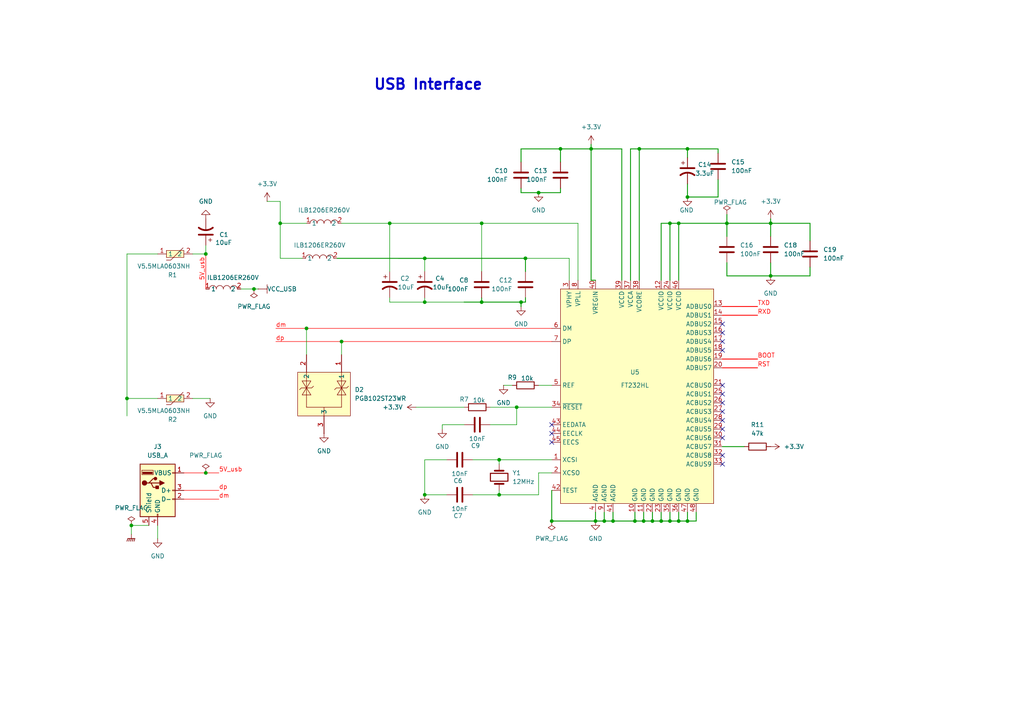
<source format=kicad_sch>
(kicad_sch (version 20231120) (generator "eeschema") (generator_version "8.0")
  (paper "A4")
  (lib_symbols
    (symbol "Connector:USB_A" (pin_names (offset 1.016))
      (property "Reference" "J" (at -5.08 11.43 0))
      (property "Value" "USB_A" (at -5.08 8.89 0))
      (symbol "USB_A_0_1"
        (rectangle (start -5.08 -7.62) (end 5.08 7.62) (stroke (width 0.254)) (fill (type background)))
        (circle (center -3.81 2.159) (radius 0.635) (stroke (width 0.254)) (fill (type outline)))
        (rectangle (start -1.524 4.826) (end -4.318 5.334) (fill (type outline)))
        (rectangle (start -1.27 4.572) (end -4.572 5.842))
        (circle (center -0.635 3.429) (radius 0.381) (stroke (width 0.254)) (fill (type outline)))
        (rectangle (start -0.127 -7.62) (end 0.127 -6.858))
        (polyline (pts (xy -3.175 2.159) (xy -2.54 2.159) (xy -1.27 3.429) (xy -0.635 3.429)) (stroke (width 0.254)))
        (polyline (pts (xy -2.54 2.159) (xy -1.905 2.159) (xy -1.27 0.889) (xy 0 0.889)) (stroke (width 0.254)))
        (polyline (pts (xy 0.635 2.794) (xy 0.635 1.524) (xy 1.905 2.159) (xy 0.635 2.794)) (stroke (width 0.254)) (fill (type outline)))
        (rectangle (start 0.254 1.27) (end -0.508 0.508) (stroke (width 0.254)) (fill (type outline)))
        (rectangle (start 5.08 -2.667) (end 4.318 -2.413))
        (rectangle (start 5.08 -0.127) (end 4.318 0.127))
        (rectangle (start 5.08 4.953) (end 4.318 5.207))
      )
      (symbol "USB_A_1_1"
        (polyline (pts (xy -1.905 2.159) (xy 0.635 2.159)) (stroke (width 0.254)))
        (pin power_in line (at 7.62 5.08 180) (length 2.54) (name "VBUS") (number "1"))
        (pin bidirectional line (at 7.62 -2.54 180) (length 2.54) (name "D-") (number "2"))
        (pin bidirectional line (at 7.62 0 180) (length 2.54) (name "D+") (number "3"))
        (pin power_in line (at 0 -10.16 90) (length 2.54) (name "GND") (number "4"))
        (pin passive line (at -2.54 -10.16 90) (length 2.54) (name "Shield") (number "5"))
      )
    )
    (symbol "Device:C" (pin_numbers hide) (pin_names (offset 0.254))
      (property "Reference" "C" (at 0.635 2.54 0))
      (property "Value" "C" (at 0.635 -2.54 0))
      (symbol "C_0_1"
        (polyline (pts (xy -2.032 -0.762) (xy 2.032 -0.762)) (stroke (width 0.508)))
        (polyline (pts (xy -2.032 0.762) (xy 2.032 0.762)) (stroke (width 0.508)))
      )
      (symbol "C_1_1"
        (pin passive line (at 0 3.81 270) (length 2.794) (name "~") (number "1"))
        (pin passive line (at 0 -3.81 90) (length 2.794) (name "~") (number "2"))
      )
    )
    (symbol "Device:C_Polarized_US" (pin_numbers hide) (pin_names (offset 0.254) hide)
      (property "Reference" "C" (at 0.635 2.54 0))
      (property "Value" "C_Polarized_US" (at 0.635 -2.54 0))
      (symbol "C_Polarized_US_0_1"
        (polyline (pts (xy -2.032 0.762) (xy 2.032 0.762)) (stroke (width 0.508)))
        (polyline (pts (xy -1.778 2.286) (xy -0.762 2.286)))
        (polyline (pts (xy -1.27 1.778) (xy -1.27 2.794)))
        (arc (start 2.032 -1.27) (mid 0 -0.5572) (end -2.032 -1.27) (stroke (width 0.508)))
      )
      (symbol "C_Polarized_US_1_1"
        (pin passive line (at 0 3.81 270) (length 2.794) (name "~") (number "1"))
        (pin passive line (at 0 -3.81 90) (length 3.302) (name "~") (number "2"))
      )
    )
    (symbol "Device:Crystal" (pin_numbers hide) (pin_names (offset 1.016) hide)
      (property "Reference" "Y" (at 0 3.81 0))
      (property "Value" "Crystal" (at 0 -3.81 0))
      (symbol "Crystal_0_1"
        (rectangle (start -1.143 2.54) (end 1.143 -2.54) (stroke (width 0.3048)))
        (polyline (pts (xy -2.54 0) (xy -1.905 0)))
        (polyline (pts (xy -1.905 -1.27) (xy -1.905 1.27)) (stroke (width 0.508)))
        (polyline (pts (xy 1.905 -1.27) (xy 1.905 1.27)) (stroke (width 0.508)))
        (polyline (pts (xy 2.54 0) (xy 1.905 0)))
      )
      (symbol "Crystal_1_1"
        (pin passive line (at -3.81 0 0) (length 1.27) (name "1") (number "1"))
        (pin passive line (at 3.81 0 180) (length 1.27) (name "2") (number "2"))
      )
    )
    (symbol "Device:R" (pin_numbers hide) (pin_names (offset 0))
      (property "Reference" "R" (at 2.032 0 90))
      (property "Value" "R" (at 0 0 90))
      (symbol "R_0_1"
        (rectangle (start -1.016 -2.54) (end 1.016 2.54) (stroke (width 0.254)))
      )
      (symbol "R_1_1"
        (pin passive line (at 0 3.81 270) (length 1.27) (name "~") (number "1"))
        (pin passive line (at 0 -3.81 90) (length 1.27) (name "~") (number "2"))
      )
    )
    (symbol "easyeda2kicad:FT232HL"
      (property "Reference" "U6" (at -1.27 7.62 0))
      (property "Value" "FT232HL" (at -1.27 3.81 0))
      (symbol "FT232HL_0_1"
        (rectangle (start -22.86 31.75) (end 21.59 -30.48) (fill (type background)))
        (pin unspecified line (at -25.4 -17.78 0) (length 2.54) (name "XCSI") (number "1"))
        (pin unspecified line (at -1.27 -33.02 90) (length 2.54) (name "GND") (number "10"))
        (pin unspecified line (at 1.27 -33.02 90) (length 2.54) (name "GND") (number "11"))
        (pin unspecified line (at 6.35 34.29 270) (length 2.54) (name "VCCIO") (number "12"))
        (pin unspecified line (at 24.13 26.67 180) (length 2.54) (name "ADBUS0") (number "13"))
        (pin unspecified line (at 24.13 24.13 180) (length 2.54) (name "ADBUS1") (number "14"))
        (pin unspecified line (at 24.13 21.59 180) (length 2.54) (name "ADBUS2") (number "15"))
        (pin unspecified line (at 24.13 19.05 180) (length 2.54) (name "ADBUS3") (number "16"))
        (pin unspecified line (at 24.13 16.51 180) (length 2.54) (name "ADBUS4") (number "17"))
        (pin unspecified line (at 24.13 13.97 180) (length 2.54) (name "ADBUS5") (number "18"))
        (pin unspecified line (at 24.13 11.43 180) (length 2.54) (name "ADBUS6") (number "19"))
        (pin unspecified line (at -25.4 -21.59 0) (length 2.54) (name "XCSO") (number "2"))
        (pin unspecified line (at 24.13 8.89 180) (length 2.54) (name "ADBUS7") (number "20"))
        (pin unspecified line (at 24.13 3.81 180) (length 2.54) (name "ACBUS0") (number "21"))
        (pin unspecified line (at 3.81 -33.02 90) (length 2.54) (name "GND") (number "22"))
        (pin unspecified line (at 6.35 -33.02 90) (length 2.54) (name "GND") (number "23"))
        (pin unspecified line (at 8.89 34.29 270) (length 2.54) (name "VCCIO") (number "24"))
        (pin unspecified line (at 24.13 1.27 180) (length 2.54) (name "ACBUS1") (number "25"))
        (pin unspecified line (at 24.13 -1.27 180) (length 2.54) (name "ACBUS2") (number "26"))
        (pin unspecified line (at 24.13 -3.81 180) (length 2.54) (name "ACBUS3") (number "27"))
        (pin unspecified line (at 24.13 -6.35 180) (length 2.54) (name "ACBUS4") (number "28"))
        (pin unspecified line (at 24.13 -8.89 180) (length 2.54) (name "ACBUS5") (number "29"))
        (pin unspecified line (at -20.32 34.29 270) (length 2.54) (name "VPHY") (number "3"))
        (pin unspecified line (at 24.13 -11.43 180) (length 2.54) (name "ACBUS6") (number "30"))
        (pin unspecified line (at 24.13 -13.97 180) (length 2.54) (name "ACBUS7") (number "31"))
        (pin unspecified line (at 24.13 -16.51 180) (length 2.54) (name "ACBUS8") (number "32"))
        (pin unspecified line (at 24.13 -19.05 180) (length 2.54) (name "ACBUS9") (number "33"))
        (pin unspecified line (at -25.4 -2.54 0) (length 2.54) (name "~{RESET}") (number "34"))
        (pin unspecified line (at 8.89 -33.02 90) (length 2.54) (name "GND") (number "35"))
        (pin unspecified line (at 11.43 -33.02 90) (length 2.54) (name "GND") (number "36"))
        (pin unspecified line (at -2.54 34.29 270) (length 2.54) (name "VCCA") (number "37"))
        (pin unspecified line (at 0 34.29 270) (length 2.54) (name "VCORE") (number "38"))
        (pin unspecified line (at -5.08 34.29 270) (length 2.54) (name "VCCD") (number "39"))
        (pin unspecified line (at -12.7 -33.02 90) (length 2.54) (name "AGND") (number "4"))
        (pin unspecified line (at -12.7 34.29 270) (length 2.54) (name "VREGIN") (number "40"))
        (pin unspecified line (at -7.62 -33.02 90) (length 2.54) (name "AGND") (number "41"))
        (pin unspecified line (at -25.4 -26.67 0) (length 2.54) (name "TEST") (number "42"))
        (pin unspecified line (at -25.4 -7.62 0) (length 2.54) (name "EEDATA") (number "43"))
        (pin unspecified line (at -25.4 -10.16 0) (length 2.54) (name "EECLK") (number "44"))
        (pin unspecified line (at -25.4 -12.7 0) (length 2.54) (name "EECS") (number "45"))
        (pin unspecified line (at 11.43 34.29 270) (length 2.54) (name "VCCIO") (number "46"))
        (pin unspecified line (at 13.97 -33.02 90) (length 2.54) (name "GND") (number "47"))
        (pin unspecified line (at 16.51 -33.02 90) (length 2.54) (name "GND") (number "48"))
        (pin unspecified line (at -25.4 3.81 0) (length 2.54) (name "REF") (number "5"))
        (pin unspecified line (at -25.4 20.32 0) (length 2.54) (name "DM") (number "6"))
        (pin unspecified line (at -25.4 16.51 0) (length 2.54) (name "DP") (number "7"))
        (pin unspecified line (at -17.78 34.29 270) (length 2.54) (name "VPLL") (number "8"))
        (pin unspecified line (at -10.16 -33.02 90) (length 2.54) (name "AGND") (number "9"))
      )
    )
    (symbol "easyeda2kicad:ILB1206ER260V"
      (property "Reference" "U" (at 0 5.08 0))
      (property "Value" "ILB1206ER260V" (at 0 -5.08 0))
      (symbol "ILB1206ER260V_0_1"
        (arc (start -2.03 0.01) (mid -3.055 1.013) (end -4.06 -0.01))
        (arc (start 0 0.01) (mid -1.025 1.013) (end -2.03 -0.01))
        (arc (start 2.03 0.01) (mid 1.005 1.013) (end 0 -0.01))
        (arc (start 4.06 0.01) (mid 3.035 1.013) (end 2.03 -0.01))
        (pin unspecified line (at -5.08 0 0) (length 1.016) (name "1") (number "1"))
        (pin unspecified line (at 5.08 0 180) (length 1.016) (name "2") (number "2"))
      )
    )
    (symbol "easyeda2kicad:PGB102ST23WR"
      (property "Reference" "D" (at 0 16.51 0))
      (property "Value" "PGB102ST23WR" (at 0 -16.51 0))
      (symbol "PGB102ST23WR_0_1"
        (rectangle (start -7.62 6.35) (end 7.62 -6.35) (fill (type background)))
        (polyline (pts (xy -5.08 -6.35) (xy -5.08 3.81)))
        (polyline (pts (xy 0 3.81) (xy 0 6.35)))
        (polyline (pts (xy 5.08 -6.35) (xy 5.08 3.81)))
        (polyline (pts (xy 5.08 3.81) (xy -5.08 3.81)))
        (polyline (pts (xy -6.35 0.25) (xy -3.81 0.25) (xy -5.08 -1.78) (xy -6.35 0.25)) (fill (type background)))
        (polyline (pts (xy -3.81 -3.81) (xy -6.35 -3.81) (xy -5.08 -1.78) (xy -3.81 -3.81)) (fill (type background)))
        (polyline (pts (xy -3.05 -1.27) (xy -3.56 -1.78) (xy -6.6 -1.78) (xy -7.11 -2.29)))
        (polyline (pts (xy 3.81 0.25) (xy 6.35 0.25) (xy 5.08 -1.78) (xy 3.81 0.25)) (fill (type background)))
        (polyline (pts (xy 6.35 -3.81) (xy 3.81 -3.81) (xy 5.08 -1.78) (xy 6.35 -3.81)) (fill (type background)))
        (polyline (pts (xy 7.11 -1.27) (xy 6.6 -1.78) (xy 3.56 -1.78) (xy 3.05 -2.29)))
        (pin unspecified line (at -5.08 -11.43 90) (length 5.08) (name "1") (number "1"))
        (pin unspecified line (at 5.08 -11.43 90) (length 5.08) (name "2") (number "2"))
        (pin unspecified line (at 0 11.43 270) (length 5.08) (name "3") (number "3"))
      )
    )
    (symbol "easyeda2kicad:V5.5MLA0603NH"
      (property "Reference" "R" (at 0 5.08 0))
      (property "Value" "V5.5MLA0603NH" (at 0 -5.08 0))
      (symbol "V5.5MLA0603NH_0_1"
        (rectangle (start -2.54 1.02) (end 2.54 -1.02) (fill (type background)))
        (polyline (pts (xy -2.54 -1.78) (xy -1.27 -1.78) (xy 2.29 1.78)))
        (pin unspecified line (at -5.08 0 0) (length 2.54) (name "1") (number "1"))
        (pin unspecified line (at 5.08 0 180) (length 2.54) (name "2") (number "2"))
      )
    )
    (symbol "power:+3.3V" (power) (pin_numbers hide) (pin_names (offset 0) hide)
      (property "Value" "+3.3V" (at 0 3.556 0))
      (symbol "+3.3V_0_1"
        (polyline (pts (xy -0.762 1.27) (xy 0 2.54)))
        (polyline (pts (xy 0 0) (xy 0 2.54)))
        (polyline (pts (xy 0 2.54) (xy 0.762 1.27)))
      )
      (symbol "+3.3V_1_1"
        (pin power_in line (at 0 0 90) (length 0) (name "~") (number "1"))
      )
    )
    (symbol "power:GND" (power) (pin_numbers hide) (pin_names (offset 0) hide)
      (property "Value" "GND" (at 0 -3.81 0))
      (symbol "GND_0_1"
        (polyline (pts (xy 0 0) (xy 0 -1.27) (xy 1.27 -1.27) (xy 0 -2.54) (xy -1.27 -1.27) (xy 0 -1.27)))
      )
      (symbol "GND_1_1"
        (pin power_in line (at 0 0 270) (length 0) (name "~") (number "1"))
      )
    )
    (symbol "power:GNDPWR" (power) (pin_numbers hide) (pin_names (offset 0) hide)
      (property "Value" "GNDPWR" (at 0 -3.302 0))
      (symbol "GNDPWR_0_1"
        (polyline (pts (xy 0 -1.27) (xy 0 0)))
        (polyline (pts (xy -1.016 -1.27) (xy -1.27 -2.032) (xy -1.27 -2.032)) (stroke (width 0.2032)))
        (polyline (pts (xy -0.508 -1.27) (xy -0.762 -2.032) (xy -0.762 -2.032)) (stroke (width 0.2032)))
        (polyline (pts (xy 0 -1.27) (xy -0.254 -2.032) (xy -0.254 -2.032)) (stroke (width 0.2032)))
        (polyline (pts (xy 0.508 -1.27) (xy 0.254 -2.032) (xy 0.254 -2.032)) (stroke (width 0.2032)))
        (polyline (pts (xy 1.016 -1.27) (xy -1.016 -1.27) (xy -1.016 -1.27)) (stroke (width 0.2032)))
        (polyline (pts (xy 1.016 -1.27) (xy 0.762 -2.032) (xy 0.762 -2.032) (xy 0.762 -2.032)) (stroke (width 0.2032)))
      )
      (symbol "GNDPWR_1_1"
        (pin power_in line (at 0 0 270) (length 0) (name "~") (number "1"))
      )
    )
    (symbol "power:PWR_FLAG" (power) (pin_numbers hide) (pin_names (offset 0) hide)
      (property "Value" "PWR_FLAG" (at 0 3.81 0))
      (symbol "PWR_FLAG_0_0"
        (pin power_out line (at 0 0 90) (length 0) (name "~") (number "1"))
      )
      (symbol "PWR_FLAG_0_1"
        (polyline (pts (xy 0 0) (xy 0 1.27) (xy -1.016 1.905) (xy 0 2.54) (xy 1.016 1.905) (xy 0 1.27)))
      )
    )
    (symbol "power:VCC" (power) (pin_numbers hide) (pin_names (offset 0) hide)
      (property "Value" "VCC_USB" (at -0.0001 3.81 90))
      (symbol "VCC_0_1"
        (polyline (pts (xy -1.27 2.54) (xy 0 2.54)))
        (polyline (pts (xy 0 0) (xy 0 2.54)))
        (polyline (pts (xy 0 2.54) (xy 1.27 2.54)))
      )
      (symbol "VCC_1_1"
        (pin power_in line (at 0 0 90) (length 0) (name "~") (number "1"))
      )
    )
  )
  (junction (at 151.13 87.63))
  (junction (at 123.19 143.51))
  (junction (at 38.1 152.4))
  (junction (at 81.28 64.77))
  (junction (at 194.31 151.13))
  (junction (at 123.19 74.93))
  (junction (at 113.03 64.77))
  (junction (at 123.19 87.63))
  (junction (at 172.72 151.13))
  (junction (at 99.06 99.06))
  (junction (at 175.26 151.13))
  (junction (at 189.23 151.13))
  (junction (at 186.69 151.13))
  (junction (at 171.45 43.18))
  (junction (at 199.39 43.18))
  (junction (at 88.9 95.25))
  (junction (at 223.52 80.01))
  (junction (at 36.83 115.57))
  (junction (at 73.66 83.82))
  (junction (at 162.56 43.18))
  (junction (at 144.78 133.35))
  (junction (at 59.69 73.66))
  (junction (at 199.39 57.15))
  (junction (at 177.8 151.13))
  (junction (at 184.15 151.13))
  (junction (at 59.69 137.16))
  (junction (at 191.77 151.13))
  (junction (at 185.42 43.18))
  (junction (at 152.4 74.93))
  (junction (at 144.78 143.51))
  (junction (at 160.02 151.13))
  (junction (at 139.7 87.63))
  (junction (at 149.86 118.11))
  (junction (at 223.52 64.77))
  (junction (at 196.85 151.13))
  (junction (at 199.39 151.13))
  (junction (at 210.82 64.77))
  (junction (at 196.85 64.77))
  (junction (at 156.21 55.88))
  (junction (at 139.7 64.77))
  (junction (at 194.31 64.77))
  (no_connect (at 209.55 134.62))
  (no_connect (at 209.55 124.46))
  (no_connect (at 160.02 128.27))
  (no_connect (at 209.55 121.92))
  (no_connect (at 209.55 119.38))
  (no_connect (at 209.55 127))
  (no_connect (at 209.55 93.98))
  (no_connect (at 209.55 132.08))
  (no_connect (at 160.02 123.19))
  (no_connect (at 209.55 99.06))
  (no_connect (at 209.55 96.52))
  (no_connect (at 209.55 101.6))
  (no_connect (at 209.55 114.3))
  (no_connect (at 160.02 125.73))
  (no_connect (at 209.55 111.76))
  (no_connect (at 209.55 116.84))
  (wire (pts (xy 115.57 74.93) (xy 123.19 74.93)))
  (wire (pts (xy 36.83 115.57) (xy 45.72 115.57)))
  (wire (pts (xy 199.39 43.18) (xy 199.39 45.72)) (stroke (width 0.25)))
  (wire (pts (xy 129.54 133.35) (xy 123.19 133.35)))
  (wire (pts (xy 53.34 142.24) (xy 63.5 142.24)) (stroke (width 0) (color 255 0 0 1)))
  (wire (pts (xy 139.7 87.63) (xy 134.62 87.63)) (stroke (width 0.25)))
  (wire (pts (xy 156.21 137.16) (xy 156.21 143.51)))
  (wire (pts (xy 123.19 87.63) (xy 134.62 87.63)))
  (wire (pts (xy 151.13 55.88) (xy 156.21 55.88)) (stroke (width 0.25)))
  (wire (pts (xy 234.95 80.01) (xy 234.95 77.47)) (stroke (width 0.25)))
  (wire (pts (xy 81.28 58.42) (xy 81.28 64.77)))
  (wire (pts (xy 59.69 83.82) (xy 59.69 73.66)) (stroke (width 0) (color 255 0 0 1)))
  (wire (pts (xy 194.31 148.59) (xy 194.31 151.13)) (stroke (width 0.25)))
  (wire (pts (xy 191.77 151.13) (xy 194.31 151.13)) (stroke (width 0.25)))
  (wire (pts (xy 199.39 53.34) (xy 199.39 57.15)) (stroke (width 0.25)))
  (wire (pts (xy 59.69 73.66) (xy 55.88 73.66)))
  (wire (pts (xy 196.85 64.77) (xy 210.82 64.77)) (stroke (width 0.25)))
  (wire (pts (xy 160.02 137.16) (xy 156.21 137.16)))
  (wire (pts (xy 171.45 43.18) (xy 171.45 41.91)) (stroke (width 0.25)))
  (wire (pts (xy 194.31 151.13) (xy 196.85 151.13)) (stroke (width 0.25)))
  (wire (pts (xy 165.1 74.93) (xy 165.1 81.28)))
  (wire (pts (xy 144.78 133.35) (xy 144.78 134.62)))
  (wire (pts (xy 156.21 111.76) (xy 160.02 111.76)))
  (wire (pts (xy 184.15 151.13) (xy 186.69 151.13)) (stroke (width 0.25)))
  (wire (pts (xy 223.52 64.77) (xy 223.52 63.5)) (stroke (width 0.25)))
  (wire (pts (xy 171.45 81.28) (xy 171.45 43.18)) (stroke (width 0.25)))
  (wire (pts (xy 123.19 74.93) (xy 123.19 78.74)))
  (wire (pts (xy 123.19 86.36) (xy 123.19 87.63)))
  (wire (pts (xy 134.62 123.19) (xy 128.27 123.19)))
  (wire (pts (xy 81.28 64.77) (xy 81.28 74.93)))
  (wire (pts (xy 144.78 143.51) (xy 144.78 142.24)))
  (wire (pts (xy 149.86 123.19) (xy 149.86 118.11)))
  (wire (pts (xy 152.4 74.93) (xy 152.4 78.74)) (stroke (width 0.25)))
  (wire (pts (xy 144.78 133.35) (xy 160.02 133.35)))
  (wire (pts (xy 59.69 137.16) (xy 63.5 137.16)) (stroke (width 0) (color 255 0 0 1)))
  (wire (pts (xy 139.7 64.77) (xy 167.64 64.77)))
  (wire (pts (xy 80.01 95.25) (xy 88.9 95.25)) (stroke (width 0) (color 255 0 0 1)))
  (wire (pts (xy 209.55 91.44) (xy 219.71 91.44)) (stroke (width 0.25) (color 255 0 0 1)))
  (wire (pts (xy 210.82 80.01) (xy 223.52 80.01)) (stroke (width 0.25)))
  (wire (pts (xy 182.88 81.28) (xy 182.88 43.18)) (stroke (width 0.25)))
  (wire (pts (xy 185.42 43.18) (xy 199.39 43.18)) (stroke (width 0.25)))
  (wire (pts (xy 223.52 64.77) (xy 234.95 64.77)) (stroke (width 0.25)))
  (wire (pts (xy 223.52 64.77) (xy 223.52 68.58)) (stroke (width 0.25)))
  (wire (pts (xy 43.18 152.4) (xy 38.1 152.4)))
  (wire (pts (xy 113.03 64.77) (xy 139.7 64.77)))
  (wire (pts (xy 36.83 115.57) (xy 36.83 120.65)))
  (wire (pts (xy 123.19 143.51) (xy 129.54 143.51)))
  (wire (pts (xy 172.72 81.28) (xy 171.45 81.28)) (stroke (width 0.25)))
  (wire (pts (xy 81.28 64.77) (xy 88.9 64.77)))
  (wire (pts (xy 172.72 151.13) (xy 175.26 151.13)) (stroke (width 0.25)))
  (wire (pts (xy 139.7 87.63) (xy 151.13 87.63)) (stroke (width 0.25)))
  (wire (pts (xy 191.77 81.28) (xy 191.77 64.77)) (stroke (width 0.25)))
  (wire (pts (xy 162.56 43.18) (xy 171.45 43.18)) (stroke (width 0.25)))
  (wire (pts (xy 160.02 142.24) (xy 160.02 151.13)) (stroke (width 0.25)))
  (wire (pts (xy 88.9 95.25) (xy 160.02 95.25)) (stroke (width 0) (color 255 0 0 1)))
  (wire (pts (xy 208.28 57.15) (xy 208.28 52.07)) (stroke (width 0.25)))
  (wire (pts (xy 139.7 86.36) (xy 139.7 87.63)) (stroke (width 0.25)))
  (wire (pts (xy 180.34 81.28) (xy 180.34 43.18)) (stroke (width 0.25)))
  (wire (pts (xy 209.55 88.9) (xy 219.71 88.9)) (stroke (width 0.25) (color 255 0 0 1)))
  (wire (pts (xy 97.79 74.93) (xy 123.19 74.93)) (stroke (width 0.25)))
  (wire (pts (xy 191.77 148.59) (xy 191.77 151.13)) (stroke (width 0.25)))
  (wire (pts (xy 113.03 87.63) (xy 123.19 87.63)))
  (wire (pts (xy 45.72 73.66) (xy 36.83 73.66)))
  (wire (pts (xy 152.4 74.93) (xy 165.1 74.93)))
  (wire (pts (xy 196.85 64.77) (xy 196.85 81.28)) (stroke (width 0.25)))
  (wire (pts (xy 184.15 148.59) (xy 184.15 151.13)) (stroke (width 0.25)))
  (wire (pts (xy 191.77 64.77) (xy 194.31 64.77)) (stroke (width 0.25)))
  (wire (pts (xy 167.64 64.77) (xy 167.64 81.28)))
  (wire (pts (xy 128.27 123.19) (xy 128.27 124.46)))
  (wire (pts (xy 210.82 76.2) (xy 210.82 80.01)) (stroke (width 0.25)))
  (wire (pts (xy 36.83 73.66) (xy 36.83 115.57)))
  (wire (pts (xy 194.31 64.77) (xy 196.85 64.77)) (stroke (width 0.25)))
  (wire (pts (xy 113.03 86.36) (xy 113.03 87.63)))
  (wire (pts (xy 120.65 118.11) (xy 134.62 118.11)))
  (wire (pts (xy 123.19 74.93) (xy 152.4 74.93)) (stroke (width 0.25)))
  (wire (pts (xy 199.39 151.13) (xy 201.93 151.13)) (stroke (width 0.25)))
  (wire (pts (xy 59.69 71.12) (xy 59.69 73.66)))
  (wire (pts (xy 142.24 123.19) (xy 149.86 123.19)))
  (wire (pts (xy 199.39 43.18) (xy 208.28 43.18)) (stroke (width 0.25)))
  (wire (pts (xy 189.23 151.13) (xy 191.77 151.13)) (stroke (width 0.25)))
  (wire (pts (xy 156.21 143.51) (xy 144.78 143.51)))
  (wire (pts (xy 223.52 76.2) (xy 223.52 80.01)) (stroke (width 0.25)))
  (wire (pts (xy 223.52 80.01) (xy 234.95 80.01)) (stroke (width 0.25)))
  (wire (pts (xy 123.19 133.35) (xy 123.19 143.51)))
  (wire (pts (xy 45.72 152.4) (xy 45.72 156.21)))
  (wire (pts (xy 194.31 64.77) (xy 194.31 81.28)) (stroke (width 0.25)))
  (wire (pts (xy 69.85 83.82) (xy 73.66 83.82)))
  (wire (pts (xy 199.39 148.59) (xy 199.39 151.13)) (stroke (width 0.25)))
  (wire (pts (xy 38.1 152.4) (xy 38.1 154.94)))
  (wire (pts (xy 186.69 151.13) (xy 189.23 151.13)) (stroke (width 0.25)))
  (wire (pts (xy 210.82 68.58) (xy 210.82 64.77)) (stroke (width 0.25)))
  (wire (pts (xy 55.88 115.57) (xy 60.96 115.57)))
  (wire (pts (xy 185.42 43.18) (xy 185.42 81.28)) (stroke (width 0.25)))
  (wire (pts (xy 234.95 64.77) (xy 234.95 69.85)) (stroke (width 0.25)))
  (wire (pts (xy 73.66 83.82) (xy 74.93 83.82)))
  (wire (pts (xy 162.56 43.18) (xy 162.56 46.99)) (stroke (width 0.25)))
  (wire (pts (xy 210.82 64.77) (xy 223.52 64.77)) (stroke (width 0.25)))
  (wire (pts (xy 208.28 43.18) (xy 208.28 44.45)) (stroke (width 0.25)))
  (wire (pts (xy 175.26 148.59) (xy 175.26 151.13)) (stroke (width 0.25)))
  (wire (pts (xy 209.55 129.54) (xy 215.9 129.54)) (stroke (width 0.25)))
  (wire (pts (xy 189.23 148.59) (xy 189.23 151.13)) (stroke (width 0.25)))
  (wire (pts (xy 177.8 151.13) (xy 184.15 151.13)) (stroke (width 0.25)))
  (wire (pts (xy 142.24 118.11) (xy 149.86 118.11)))
  (wire (pts (xy 182.88 43.18) (xy 185.42 43.18)) (stroke (width 0.25)))
  (wire (pts (xy 113.03 64.77) (xy 113.03 78.74)))
  (wire (pts (xy 201.93 151.13) (xy 201.93 148.59)) (stroke (width 0.25)))
  (wire (pts (xy 99.06 99.06) (xy 99.06 102.87)))
  (wire (pts (xy 175.26 151.13) (xy 177.8 151.13)) (stroke (width 0.25)))
  (wire (pts (xy 160.02 151.13) (xy 172.72 151.13)) (stroke (width 0.25)))
  (wire (pts (xy 53.34 144.78) (xy 63.5 144.78)) (stroke (width 0) (color 255 0 0 1)))
  (wire (pts (xy 156.21 55.88) (xy 162.56 55.88)) (stroke (width 0.25)))
  (wire (pts (xy 186.69 148.59) (xy 186.69 151.13)) (stroke (width 0.25)))
  (wire (pts (xy 162.56 54.61) (xy 162.56 55.88)) (stroke (width 0.25)))
  (wire (pts (xy 81.28 74.93) (xy 87.63 74.93)))
  (wire (pts (xy 151.13 87.63) (xy 151.13 88.9)) (stroke (width 0.25)))
  (wire (pts (xy 152.4 87.63) (xy 151.13 87.63)) (stroke (width 0.25)))
  (wire (pts (xy 209.55 106.68) (xy 219.71 106.68)) (stroke (width 0.25) (color 255 0 0 1)))
  (wire (pts (xy 180.34 43.18) (xy 171.45 43.18)) (stroke (width 0.25)))
  (wire (pts (xy 196.85 148.59) (xy 196.85 151.13)) (stroke (width 0.25)))
  (wire (pts (xy 53.34 137.16) (xy 59.69 137.16)) (stroke (width 0) (color 255 0 0 1)))
  (wire (pts (xy 88.9 95.25) (xy 88.9 102.87)))
  (wire (pts (xy 209.55 104.14) (xy 219.71 104.14)) (stroke (width 0.25) (color 255 0 0 1)))
  (wire (pts (xy 151.13 43.18) (xy 151.13 46.99)) (stroke (width 0.25)))
  (wire (pts (xy 80.01 99.06) (xy 99.06 99.06)) (stroke (width 0) (color 255 0 0 1)))
  (wire (pts (xy 196.85 151.13) (xy 199.39 151.13)) (stroke (width 0.25)))
  (wire (pts (xy 146.05 111.76) (xy 148.59 111.76)))
  (wire (pts (xy 139.7 64.77) (xy 139.7 78.74)))
  (wire (pts (xy 199.39 57.15) (xy 208.28 57.15)) (stroke (width 0.25)))
  (wire (pts (xy 151.13 54.61) (xy 151.13 55.88)) (stroke (width 0.25)))
  (wire (pts (xy 210.82 64.77) (xy 210.82 62.23)) (stroke (width 0.25)))
  (wire (pts (xy 223.52 64.77) (xy 223.52 63.5)))
  (wire (pts (xy 137.16 133.35) (xy 144.78 133.35)))
  (wire (pts (xy 137.16 143.51) (xy 144.78 143.51)))
  (wire (pts (xy 177.8 148.59) (xy 177.8 151.13)) (stroke (width 0.25)))
  (wire (pts (xy 152.4 86.36) (xy 152.4 87.63)) (stroke (width 0.25)))
  (wire (pts (xy 149.86 118.11) (xy 160.02 118.11)))
  (wire (pts (xy 81.28 58.42) (xy 77.47 58.42)))
  (wire (pts (xy 99.06 64.77) (xy 113.03 64.77)))
  (wire (pts (xy 151.13 43.18) (xy 162.56 43.18)) (stroke (width 0.25)))
  (wire (pts (xy 99.06 99.06) (xy 160.02 99.06)) (stroke (width 0) (color 255 0 0 1)))
  (wire (pts (xy 172.72 148.59) (xy 172.72 151.13)) (stroke (width 0.25)))
  (text "USB Interface" (at 124.206 24.638 0) (effects (font (size 3 3) (bold yes))))
  (label "RXD" (at 219.71 91.44 0))
  (label "BOOT" (at 219.71 104.14 0))
  (label "dp" (at 80.01 99.06 0))
  (label "dp" (at 63.5 142.24 0))
  (label "TXD" (at 219.71 88.9 0))
  (label "RST" (at 219.71 106.68 0))
  (label "5V_usb" (at 59.69 81.28 90))
  (label "dm" (at 80.01 95.25 0))
  (label "5V_usb" (at 63.5 137.16 0))
  (label "dm" (at 63.5 144.78 0))
  (symbol (lib_id "easyeda2kicad:FT232HL") (at 185.42 115.57 0) (unit 1)
    (property "Reference" "U5" (at 184.15 107.95 0))
    (property "Value" "FT232HL" (at 184.15 111.76 0))
    (property "Footprint" "Package_QFP:LQFP-48_7x7mm_P0.5mm" (effects (hide yes)))
    (property "Datasheet" "https://lcsc.com/product-detail/USB_FTDI_FT232HL_FT232HL_C51997.html" (effects (hide yes)))
    (property "LCSC Part" "C51997" (effects (hide yes)))
  )
  (symbol (lib_id "power:GND") (at 45.72 156.21 0) (mirror y) (unit 1)
    (property "Reference" "#PWR03" (effects (hide yes)))
    (property "Value" "GND" (at 45.72 161.29 0))
    (property "Description" "Power symbol creates a global label with name \"GND\" , ground" (effects (hide yes)))
  )
  (symbol (lib_id "power:GNDPWR") (at 38.1 154.94 0) (unit 1)
    (property "Reference" "#PWR02" (effects (hide yes)))
    (property "Value" "GNDPWR" (effects (hide yes)))
    (property "Description" "Power symbol creates a global label with name \"GNDPWR\" , global ground" (effects (hide yes)))
  )
  (symbol (lib_id "Device:C") (at 133.35 143.51 270) (mirror x) (unit 1)
    (property "Reference" "C7" (at 132.842 149.606 90))
    (property "Value" "10nF" (at 133.35 147.574 90))
    (property "Footprint" "Capacitor_SMD:C_0805_2012Metric_Pad1.18x1.45mm_HandSolder" (effects (hide yes)))
    (property "Description" "Unpolarized capacitor" (effects (hide yes)))
  )
  (symbol (lib_id "power:+3.3V") (at 223.52 129.54 270) (mirror x) (unit 1)
    (property "Reference" "#PWR031" (effects (hide yes)))
    (property "Value" "+3.3V" (at 227.33 129.5399 90) (effects (justify left)))
    (property "Description" "Power symbol creates a global label with name \"+3.3V\"" (effects (hide yes)))
  )
  (symbol (lib_id "power:PWR_FLAG") (at 160.02 151.13 180) (unit 1)
    (property "Reference" "#FLG05" (effects (hide yes)))
    (property "Value" "PWR_FLAG" (at 160.02 156.21 0))
    (property "Description" "Special symbol for telling ERC where power comes from" (effects (hide yes)))
  )
  (symbol (lib_id "power:GND") (at 151.13 88.9 0) (mirror y) (unit 1)
    (property "Reference" "#PWR022" (effects (hide yes)))
    (property "Value" "GND" (at 151.13 93.98 0))
    (property "Description" "Power symbol creates a global label with name \"GND\" , ground" (effects (hide yes)))
  )
  (symbol (lib_id "Device:C") (at 162.56 50.8 0) (mirror x) (unit 1)
    (property "Reference" "C13" (at 158.75 49.5299 0) (effects (justify right)))
    (property "Value" "100nF" (at 158.75 52.0699 0) (effects (justify right)))
    (property "Footprint" "Capacitor_SMD:C_0805_2012Metric_Pad1.18x1.45mm_HandSolder" (effects (hide yes)))
    (property "Description" "Unpolarized capacitor" (effects (hide yes)))
  )
  (symbol (lib_id "power:GND") (at 60.96 115.57 0) (mirror y) (unit 1)
    (property "Reference" "#PWR05" (effects (hide yes)))
    (property "Value" "GND" (at 60.96 120.65 0))
    (property "Description" "Power symbol creates a global label with name \"GND\" , ground" (effects (hide yes)))
  )
  (symbol (lib_id "Device:C") (at 138.43 123.19 270) (mirror x) (unit 1)
    (property "Reference" "C9" (at 137.922 129.286 90))
    (property "Value" "10nF" (at 138.43 127.254 90))
    (property "Footprint" "Capacitor_SMD:C_0805_2012Metric_Pad1.18x1.45mm_HandSolder" (effects (hide yes)))
    (property "Description" "Unpolarized capacitor" (effects (hide yes)))
  )
  (symbol (lib_id "power:GND") (at 59.69 63.5 0) (mirror x) (unit 1)
    (property "Reference" "#PWR04" (effects (hide yes)))
    (property "Value" "GND" (at 59.69 58.42 0))
    (property "Description" "Power symbol creates a global label with name \"GND\" , ground" (effects (hide yes)))
  )
  (symbol (lib_id "power:PWR_FLAG") (at 210.82 62.23 0) (unit 1)
    (property "Reference" "#FLG06" (effects (hide yes)))
    (property "Value" "PWR_FLAG" (at 211.836 58.674 0))
    (property "Description" "Special symbol for telling ERC where power comes from" (effects (hide yes)))
  )
  (symbol (lib_id "power:PWR_FLAG") (at 59.69 137.16 0) (unit 1)
    (property "Reference" "#FLG02" (effects (hide yes)))
    (property "Value" "PWR_FLAG" (at 59.69 132.08 0))
    (property "Description" "Special symbol for telling ERC where power comes from" (effects (hide yes)))
  )
  (symbol (lib_id "easyeda2kicad:V5.5MLA0603NH") (at 50.8 73.66 0) (unit 1)
    (property "Reference" "R1" (at 50.038 79.756 0))
    (property "Value" "V5.5MLA0603NH" (at 47.498 77.216 0))
    (property "Footprint" "easyeda2kicad:R0603" (effects (hide yes)))
    (property "Datasheet" "https://lcsc.com/product-detail/Varistors_Littelfuse_V5-5MLA0603NH_V5-5MLA0603NH_C118414.html" (effects (hide yes)))
    (property "LCSC Part" "C118414" (effects (hide yes)))
  )
  (symbol (lib_id "power:+3.3V") (at 171.45 41.91 0) (mirror y) (unit 1)
    (property "Reference" "#PWR025" (effects (hide yes)))
    (property "Value" "+3.3V" (at 171.45 36.83 0))
    (property "Description" "Power symbol creates a global label with name \"+3.3V\"" (effects (hide yes)))
  )
  (symbol (lib_id "Device:C") (at 133.35 133.35 270) (mirror x) (unit 1)
    (property "Reference" "C6" (at 132.842 139.446 90))
    (property "Value" "10nF" (at 133.35 137.414 90))
    (property "Footprint" "Capacitor_SMD:C_0805_2012Metric_Pad1.18x1.45mm_HandSolder" (effects (hide yes)))
    (property "Description" "Unpolarized capacitor" (effects (hide yes)))
  )
  (symbol (lib_id "Device:R") (at 219.71 129.54 90) (unit 1)
    (property "Reference" "R11" (at 219.71 123.19 90))
    (property "Value" "47k" (at 219.71 125.73 90))
    (property "Footprint" "Resistor_SMD:R_0805_2012Metric_Pad1.20x1.40mm_HandSolder" (effects (hide yes)))
    (property "Description" "Resistor" (effects (hide yes)))
  )
  (symbol (lib_id "Device:C") (at 151.13 50.8 0) (mirror y) (unit 1)
    (property "Reference" "C10" (at 147.32 49.5299 0) (effects (justify left)))
    (property "Value" "100nF" (at 147.32 52.0699 0) (effects (justify left)))
    (property "Footprint" "Capacitor_SMD:C_0805_2012Metric_Pad1.18x1.45mm_HandSolder" (effects (hide yes)))
    (property "Description" "Unpolarized capacitor" (effects (hide yes)))
  )
  (symbol (lib_id "power:GND") (at 128.27 124.46 0) (mirror y) (unit 1)
    (property "Reference" "#PWR017" (effects (hide yes)))
    (property "Value" "GND" (at 128.27 129.54 0))
    (property "Description" "Power symbol creates a global label with name \"GND\" , ground" (effects (hide yes)))
  )
  (symbol (lib_id "power:GND") (at 156.21 55.88 0) (mirror y) (unit 1)
    (property "Reference" "#PWR023" (effects (hide yes)))
    (property "Value" "GND" (at 156.21 60.96 0))
    (property "Description" "Power symbol creates a global label with name \"GND\" , ground" (effects (hide yes)))
  )
  (symbol (lib_id "easyeda2kicad:V5.5MLA0603NH") (at 50.8 115.57 0) (unit 1)
    (property "Reference" "R2" (at 50.038 121.666 0))
    (property "Value" "V5.5MLA0603NH" (at 47.498 119.126 0))
    (property "Footprint" "easyeda2kicad:R0603" (effects (hide yes)))
    (property "Datasheet" "https://lcsc.com/product-detail/Varistors_Littelfuse_V5-5MLA0603NH_V5-5MLA0603NH_C118414.html" (effects (hide yes)))
    (property "LCSC Part" "C118414" (effects (hide yes)))
  )
  (symbol (lib_id "Device:R") (at 152.4 111.76 90) (unit 1)
    (property "Reference" "R9" (at 148.59 109.474 90))
    (property "Value" "10k" (at 152.908 109.728 90))
    (property "Footprint" "Resistor_SMD:R_0805_2012Metric_Pad1.20x1.40mm_HandSolder" (effects (hide yes)))
    (property "Description" "Resistor" (effects (hide yes)))
  )
  (symbol (lib_id "Connector:USB_A") (at 45.72 142.24 0) (unit 1)
    (property "Reference" "J3" (at 45.72 129.54 0))
    (property "Value" "USB_A" (at 45.72 132.08 0))
    (property "Footprint" "Connector_USB:USB_Micro-B_Molex_47346-0001" (effects (hide yes)))
    (property "Description" "USB Type A connector" (effects (hide yes)))
  )
  (symbol (lib_id "power:+3.3V") (at 120.65 118.11 90) (mirror x) (unit 1)
    (property "Reference" "#PWR014" (effects (hide yes)))
    (property "Value" "+3.3V" (at 116.84 118.1099 90) (effects (justify left)))
    (property "Description" "Power symbol creates a global label with name \"+3.3V\"" (effects (hide yes)))
  )
  (symbol (lib_id "power:PWR_FLAG") (at 73.66 83.82 180) (unit 1)
    (property "Reference" "#FLG03" (effects (hide yes)))
    (property "Value" "PWR_FLAG" (at 73.66 88.9 0))
    (property "Description" "Special symbol for telling ERC where power comes from" (effects (hide yes)))
  )
  (symbol (lib_id "Device:C_Polarized_US") (at 59.69 67.31 180) (unit 1)
    (property "Reference" "C1" (at 66.294 68.072 0) (effects (justify left)))
    (property "Value" "10uF" (at 67.31 70.358 0) (effects (justify left)))
    (property "Footprint" "Capacitor_SMD:C_0805_2012Metric_Pad1.18x1.45mm_HandSolder" (effects (hide yes)))
    (property "Description" "Polarized capacitor, US symbol" (effects (hide yes)))
  )
  (symbol (lib_id "Device:C") (at 234.95 73.66 0) (unit 1)
    (property "Reference" "C19" (at 238.76 72.3899 0) (effects (justify left)))
    (property "Value" "100nF" (at 238.76 74.9299 0) (effects (justify left)))
    (property "Footprint" "Capacitor_SMD:C_0805_2012Metric_Pad1.18x1.45mm_HandSolder" (effects (hide yes)))
    (property "Description" "Unpolarized capacitor" (effects (hide yes)))
  )
  (symbol (lib_id "Device:C") (at 139.7 82.55 0) (mirror y) (unit 1)
    (property "Reference" "C8" (at 135.89 81.2799 0) (effects (justify left)))
    (property "Value" "100nF" (at 135.89 83.8199 0) (effects (justify left)))
    (property "Footprint" "Capacitor_SMD:C_0805_2012Metric_Pad1.18x1.45mm_HandSolder" (effects (hide yes)))
    (property "Description" "Unpolarized capacitor" (effects (hide yes)))
  )
  (symbol (lib_id "power:VCC") (at 74.93 83.82 270) (unit 1)
    (property "Reference" "#PWR08" (effects (hide yes)))
    (property "Value" "VCC_USB" (at 77.47 83.82 90) (effects (justify left)))
    (property "Description" "Power symbol creates a global label with name \"VCC\"" (effects (hide yes)))
  )
  (symbol (lib_id "power:+3.3V") (at 223.52 63.5 0) (mirror y) (unit 1)
    (property "Reference" "#PWR033" (effects (hide yes)))
    (property "Value" "+3.3V" (at 223.52 58.42 0))
    (property "Description" "Power symbol creates a global label with name \"+3.3V\"" (effects (hide yes)))
  )
  (symbol (lib_id "Device:C_Polarized_US") (at 199.39 49.53 0) (unit 1)
    (property "Reference" "C14" (at 202.438 47.752 0) (effects (justify left)))
    (property "Value" "3.3uF" (at 201.676 50.292 0) (effects (justify left)))
    (property "Footprint" "Capacitor_SMD:C_0805_2012Metric_Pad1.18x1.45mm_HandSolder" (effects (hide yes)))
    (property "Description" "Polarized capacitor, US symbol" (effects (hide yes)))
  )
  (symbol (lib_id "power:PWR_FLAG") (at 38.1 152.4 0) (unit 1)
    (property "Reference" "#FLG01" (effects (hide yes)))
    (property "Value" "PWR_FLAG" (at 38.1 147.32 0))
    (property "Description" "Special symbol for telling ERC where power comes from" (effects (hide yes)))
  )
  (symbol (lib_id "power:GND") (at 123.19 143.51 0) (mirror y) (unit 1)
    (property "Reference" "#PWR015" (effects (hide yes)))
    (property "Value" "GND" (at 123.19 148.59 0))
    (property "Description" "Power symbol creates a global label with name \"GND\" , ground" (effects (hide yes)))
  )
  (symbol (lib_id "power:GND") (at 172.72 151.13 0) (unit 1)
    (property "Reference" "#PWR026" (effects (hide yes)))
    (property "Value" "GND" (at 172.72 156.21 0))
    (property "Description" "Power symbol creates a global label with name \"GND\" , ground" (effects (hide yes)))
  )
  (symbol (lib_id "power:+3.3V") (at 77.47 58.42 0) (mirror y) (unit 1)
    (property "Reference" "#PWR010" (effects (hide yes)))
    (property "Value" "+3.3V" (at 77.47 53.34 0))
    (property "Description" "Power symbol creates a global label with name \"+3.3V\"" (effects (hide yes)))
  )
  (symbol (lib_id "easyeda2kicad:PGB102ST23WR") (at 93.98 114.3 180) (unit 1)
    (property "Reference" "D2" (at 102.87 113.0299 0) (effects (justify right)))
    (property "Value" "PGB102ST23WR" (at 102.87 115.5699 0) (effects (justify right)))
    (property "Footprint" "easyeda2kicad:SOT-23_L3.0-W2.2-P0.95-LS2.2-TR" (effects (hide yes)))
    (property "Datasheet" "https://lcsc.com/product-detail/Diodes-ESD_Littelfuse_PGB102ST23WR_PGB102ST23WR_C126830.html" (effects (hide yes)))
    (property "LCSC Part" "C126830" (effects (hide yes)))
  )
  (symbol (lib_id "easyeda2kicad:ILB1206ER260V") (at 64.77 83.82 0) (unit 1)
    (property "Reference" "U1" (effects (hide yes)))
    (property "Value" "ILB1206ER260V" (at 67.564 80.518 0))
    (property "Footprint" "easyeda2kicad:L1206" (effects (hide yes)))
    (property "LCSC Part" "C2999377" (effects (hide yes)))
  )
  (symbol (lib_id "Device:C") (at 210.82 72.39 0) (unit 1)
    (property "Reference" "C16" (at 214.63 71.1199 0) (effects (justify left)))
    (property "Value" "100nF" (at 214.63 73.6599 0) (effects (justify left)))
    (property "Footprint" "Capacitor_SMD:C_0805_2012Metric_Pad1.18x1.45mm_HandSolder" (effects (hide yes)))
    (property "Description" "Unpolarized capacitor" (effects (hide yes)))
  )
  (symbol (lib_id "power:GND") (at 223.52 80.01 0) (unit 1)
    (property "Reference" "#PWR034" (effects (hide yes)))
    (property "Value" "GND" (at 223.52 85.09 0))
    (property "Description" "Power symbol creates a global label with name \"GND\" , ground" (effects (hide yes)))
  )
  (symbol (lib_id "Device:C_Polarized_US") (at 113.03 82.55 0) (unit 1)
    (property "Reference" "C2" (at 116.078 80.772 0) (effects (justify left)))
    (property "Value" "10uF" (at 115.316 83.312 0) (effects (justify left)))
    (property "Footprint" "Capacitor_SMD:C_0805_2012Metric_Pad1.18x1.45mm_HandSolder" (effects (hide yes)))
    (property "Description" "Polarized capacitor, US symbol" (effects (hide yes)))
  )
  (symbol (lib_id "Device:C") (at 208.28 48.26 0) (unit 1)
    (property "Reference" "C15" (at 212.09 46.9899 0) (effects (justify left)))
    (property "Value" "100nF" (at 212.09 49.5299 0) (effects (justify left)))
    (property "Footprint" "Capacitor_SMD:C_0805_2012Metric_Pad1.18x1.45mm_HandSolder" (effects (hide yes)))
    (property "Description" "Unpolarized capacitor" (effects (hide yes)))
  )
  (symbol (lib_id "Device:C_Polarized_US") (at 123.19 82.55 0) (unit 1)
    (property "Reference" "C4" (at 126.238 80.772 0) (effects (justify left)))
    (property "Value" "10uF" (at 125.476 83.312 0) (effects (justify left)))
    (property "Footprint" "Capacitor_SMD:C_0805_2012Metric_Pad1.18x1.45mm_HandSolder" (effects (hide yes)))
    (property "Description" "Polarized capacitor, US symbol" (effects (hide yes)))
  )
  (symbol (lib_id "Device:C") (at 223.52 72.39 180) (unit 1)
    (property "Reference" "C18" (at 227.33 71.1199 0) (effects (justify right)))
    (property "Value" "100nF" (at 227.33 73.6599 0) (effects (justify right)))
    (property "Footprint" "Capacitor_SMD:C_0805_2012Metric_Pad1.18x1.45mm_HandSolder" (effects (hide yes)))
    (property "Description" "Unpolarized capacitor" (effects (hide yes)))
  )
  (symbol (lib_id "power:GND") (at 93.98 125.73 0) (mirror y) (unit 1)
    (property "Reference" "#PWR012" (effects (hide yes)))
    (property "Value" "GND" (at 93.98 130.81 0))
    (property "Description" "Power symbol creates a global label with name \"GND\" , ground" (effects (hide yes)))
  )
  (symbol (lib_id "Device:Crystal") (at 144.78 138.43 90) (unit 1)
    (property "Reference" "Y1" (at 148.59 137.1599 90) (effects (justify right)))
    (property "Value" "12MHz" (at 148.59 139.6999 90) (effects (justify right)))
    (property "Footprint" "Crystal:Crystal_SMD_2012-2Pin_2.0x1.2mm_HandSoldering" (effects (hide yes)))
    (property "Description" "Two pin crystal" (effects (hide yes)))
  )
  (symbol (lib_id "Device:R") (at 138.43 118.11 90) (unit 1)
    (property "Reference" "R7" (at 134.62 115.824 90))
    (property "Value" "10k" (at 138.938 116.078 90))
    (property "Footprint" "Resistor_SMD:R_0805_2012Metric_Pad1.20x1.40mm_HandSolder" (effects (hide yes)))
    (property "Description" "Resistor" (effects (hide yes)))
  )
  (symbol (lib_id "power:GND") (at 146.05 111.76 0) (mirror y) (unit 1)
    (property "Reference" "#PWR019" (effects (hide yes)))
    (property "Value" "GND" (at 146.05 116.84 0))
    (property "Description" "Power symbol creates a global label with name \"GND\" , ground" (effects (hide yes)))
  )
  (symbol (lib_id "Device:C") (at 152.4 82.55 0) (mirror x) (unit 1)
    (property "Reference" "C12" (at 148.59 81.2799 0) (effects (justify right)))
    (property "Value" "100nF" (at 148.59 83.8199 0) (effects (justify right)))
    (property "Footprint" "Capacitor_SMD:C_0805_2012Metric_Pad1.18x1.45mm_HandSolder" (effects (hide yes)))
    (property "Description" "Unpolarized capacitor" (effects (hide yes)))
  )
  (symbol (lib_id "easyeda2kicad:ILB1206ER260V") (at 93.98 64.77 0) (unit 1)
    (property "Reference" "U2" (effects (hide yes)))
    (property "Value" "ILB1206ER260V" (at 93.98 60.96 0))
    (property "Footprint" "easyeda2kicad:L1206" (effects (hide yes)))
    (property "LCSC Part" "C2999377" (effects (hide yes)))
  )
  (symbol (lib_id "power:GND") (at 199.39 57.15 0) (unit 1)
    (property "Reference" "#PWR028" (effects (hide yes)))
    (property "Value" "GND" (at 199.136 60.96 0))
    (property "Description" "Power symbol creates a global label with name \"GND\" , ground" (effects (hide yes)))
  )
  (symbol (lib_id "easyeda2kicad:ILB1206ER260V") (at 92.71 74.93 0) (unit 1)
    (property "Reference" "U3" (effects (hide yes)))
    (property "Value" "ILB1206ER260V" (at 92.71 71.12 0))
    (property "Footprint" "easyeda2kicad:L1206" (effects (hide yes)))
    (property "LCSC Part" "C2999377" (effects (hide yes)))
  )
)
</source>
